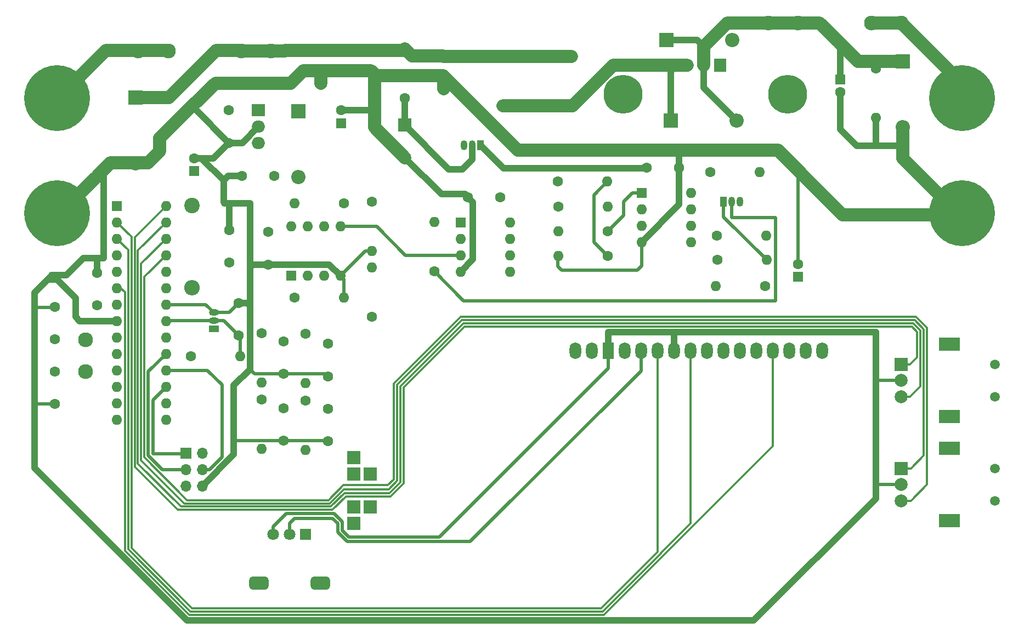
<source format=gbr>
%TF.GenerationSoftware,KiCad,Pcbnew,(6.0.7)*%
%TF.CreationDate,2022-10-29T05:58:59-06:00*%
%TF.ProjectId,atmega-powersupply-v1,61746d65-6761-42d7-906f-776572737570,rev?*%
%TF.SameCoordinates,Original*%
%TF.FileFunction,Copper,L2,Bot*%
%TF.FilePolarity,Positive*%
%FSLAX46Y46*%
G04 Gerber Fmt 4.6, Leading zero omitted, Abs format (unit mm)*
G04 Created by KiCad (PCBNEW (6.0.7)) date 2022-10-29 05:58:59*
%MOMM*%
%LPD*%
G01*
G04 APERTURE LIST*
G04 Aperture macros list*
%AMRoundRect*
0 Rectangle with rounded corners*
0 $1 Rounding radius*
0 $2 $3 $4 $5 $6 $7 $8 $9 X,Y pos of 4 corners*
0 Add a 4 corners polygon primitive as box body*
4,1,4,$2,$3,$4,$5,$6,$7,$8,$9,$2,$3,0*
0 Add four circle primitives for the rounded corners*
1,1,$1+$1,$2,$3*
1,1,$1+$1,$4,$5*
1,1,$1+$1,$6,$7*
1,1,$1+$1,$8,$9*
0 Add four rect primitives between the rounded corners*
20,1,$1+$1,$2,$3,$4,$5,0*
20,1,$1+$1,$4,$5,$6,$7,0*
20,1,$1+$1,$6,$7,$8,$9,0*
20,1,$1+$1,$8,$9,$2,$3,0*%
G04 Aperture macros list end*
%TA.AperFunction,ComponentPad*%
%ADD10R,2.200000X2.200000*%
%TD*%
%TA.AperFunction,ComponentPad*%
%ADD11O,2.200000X2.200000*%
%TD*%
%TA.AperFunction,ComponentPad*%
%ADD12C,1.600000*%
%TD*%
%TA.AperFunction,ComponentPad*%
%ADD13O,1.600000X1.600000*%
%TD*%
%TA.AperFunction,ComponentPad*%
%ADD14R,1.600000X1.600000*%
%TD*%
%TA.AperFunction,ComponentPad*%
%ADD15R,1.700000X1.700000*%
%TD*%
%TA.AperFunction,ComponentPad*%
%ADD16O,1.700000X1.700000*%
%TD*%
%TA.AperFunction,ComponentPad*%
%ADD17R,2.000000X2.000000*%
%TD*%
%TA.AperFunction,ComponentPad*%
%ADD18C,2.000000*%
%TD*%
%TA.AperFunction,ComponentPad*%
%ADD19R,1.500000X1.050000*%
%TD*%
%TA.AperFunction,ComponentPad*%
%ADD20O,1.500000X1.050000*%
%TD*%
%TA.AperFunction,ComponentPad*%
%ADD21R,2.000000X1.905000*%
%TD*%
%TA.AperFunction,ComponentPad*%
%ADD22O,2.000000X1.905000*%
%TD*%
%TA.AperFunction,ComponentPad*%
%ADD23C,10.160000*%
%TD*%
%TA.AperFunction,ComponentPad*%
%ADD24C,2.300000*%
%TD*%
%TA.AperFunction,ComponentPad*%
%ADD25R,1.800000X1.800000*%
%TD*%
%TA.AperFunction,ComponentPad*%
%ADD26C,1.800000*%
%TD*%
%TA.AperFunction,ComponentPad*%
%ADD27RoundRect,0.500000X-1.000000X0.500000X-1.000000X-0.500000X1.000000X-0.500000X1.000000X0.500000X0*%
%TD*%
%TA.AperFunction,ComponentPad*%
%ADD28C,1.500000*%
%TD*%
%TA.AperFunction,ComponentPad*%
%ADD29R,3.200000X2.000000*%
%TD*%
%TA.AperFunction,ComponentPad*%
%ADD30R,1.050000X1.500000*%
%TD*%
%TA.AperFunction,ComponentPad*%
%ADD31O,1.050000X1.500000*%
%TD*%
%TA.AperFunction,ComponentPad*%
%ADD32C,6.000000*%
%TD*%
%TA.AperFunction,ComponentPad*%
%ADD33R,1.905000X2.000000*%
%TD*%
%TA.AperFunction,ComponentPad*%
%ADD34O,1.905000X2.000000*%
%TD*%
%TA.AperFunction,ComponentPad*%
%ADD35R,1.800000X2.600000*%
%TD*%
%TA.AperFunction,ComponentPad*%
%ADD36O,1.800000X2.600000*%
%TD*%
%TA.AperFunction,ComponentPad*%
%ADD37C,2.400000*%
%TD*%
%TA.AperFunction,ComponentPad*%
%ADD38O,2.400000X2.400000*%
%TD*%
%TA.AperFunction,Conductor*%
%ADD39C,1.000000*%
%TD*%
%TA.AperFunction,Conductor*%
%ADD40C,2.000000*%
%TD*%
%TA.AperFunction,Conductor*%
%ADD41C,0.500000*%
%TD*%
%TA.AperFunction,Conductor*%
%ADD42C,0.300000*%
%TD*%
G04 APERTURE END LIST*
D10*
%TO.P,D2,1,K*%
%TO.N,VAA*%
X81692750Y-45212000D03*
D11*
%TO.P,D2,2,A*%
%TO.N,+5V*%
X81692750Y-55372000D03*
%TD*%
D12*
%TO.P,C5,1*%
%TO.N,+5V*%
X77969750Y-55245000D03*
%TO.P,C5,2*%
%TO.N,Earth*%
X72969750Y-55245000D03*
%TD*%
%TO.P,R3,1*%
%TO.N,Net-(C9-Pad1)*%
X82800000Y-79629000D03*
D13*
%TO.P,R3,2*%
%TO.N,Net-(C8-Pad1)*%
X82800000Y-87249000D03*
%TD*%
D12*
%TO.P,C8,1*%
%TO.N,Net-(C8-Pad1)*%
X86200000Y-91200000D03*
%TO.P,C8,2*%
%TO.N,Earth*%
X86200000Y-96200000D03*
%TD*%
D14*
%TO.P,U2,1*%
%TO.N,Net-(R12-Pad1)*%
X134625000Y-57800000D03*
D13*
%TO.P,U2,2,-*%
%TO.N,Net-(R10-Pad2)*%
X134625000Y-60340000D03*
%TO.P,U2,3,+*%
%TO.N,Net-(R11-Pad1)*%
X134625000Y-62880000D03*
%TO.P,U2,4,V-*%
%TO.N,Earth*%
X134625000Y-65420000D03*
%TO.P,U2,5,+*%
%TO.N,Net-(C9-Pad1)*%
X142245000Y-65420000D03*
%TO.P,U2,6,-*%
%TO.N,Net-(R4-Pad1)*%
X142245000Y-62880000D03*
%TO.P,U2,7*%
%TO.N,Net-(R6-Pad1)*%
X142245000Y-60340000D03*
%TO.P,U2,8,V+*%
%TO.N,VAA*%
X142245000Y-57800000D03*
%TD*%
D12*
%TO.P,R13,1*%
%TO.N,Net-(C14-Pad1)*%
X76000000Y-89789000D03*
D13*
%TO.P,R13,2*%
%TO.N,Net-(R13-Pad2)*%
X76000000Y-97409000D03*
%TD*%
D15*
%TO.P,J5,1,MISO*%
%TO.N,Net-(J5-Pad1)*%
X64293750Y-98044000D03*
D16*
%TO.P,J5,2,VCC*%
%TO.N,+5V*%
X66833750Y-98044000D03*
%TO.P,J5,3,SCK*%
%TO.N,Net-(J5-Pad3)*%
X64293750Y-100584000D03*
%TO.P,J5,4,MOSI*%
%TO.N,Net-(J5-Pad4)*%
X66833750Y-100584000D03*
%TO.P,J5,5,~{RST}*%
%TO.N,Net-(J5-Pad5)*%
X64293750Y-103124000D03*
%TO.P,J5,6,GND*%
%TO.N,Earth*%
X66833750Y-103124000D03*
%TD*%
D12*
%TO.P,C17,1*%
%TO.N,+5V*%
X50577750Y-75184000D03*
%TO.P,C17,2*%
%TO.N,Earth*%
X50577750Y-70184000D03*
%TD*%
D17*
%TO.P,C2,1*%
%TO.N,Net-(C2-Pad1)*%
X98075750Y-47371000D03*
D18*
%TO.P,C2,2*%
%TO.N,Earth*%
X98075750Y-52371000D03*
%TD*%
D19*
%TO.P,U8,1*%
%TO.N,N/C*%
X68611750Y-78867000D03*
D20*
%TO.P,U8,2,K*%
%TO.N,Net-(C21-Pad1)*%
X68611750Y-77597000D03*
%TO.P,U8,3,A*%
%TO.N,Earth*%
X68611750Y-76327000D03*
%TD*%
D21*
%TO.P,U1,1,VI*%
%TO.N,VAA*%
X75469750Y-45085000D03*
D22*
%TO.P,U1,2,GND*%
%TO.N,Earth*%
X75469750Y-47625000D03*
%TO.P,U1,3,VO*%
%TO.N,+5V*%
X75469750Y-50165000D03*
%TD*%
D12*
%TO.P,C20,1*%
%TO.N,Earth*%
X44050000Y-90400000D03*
%TO.P,C20,2*%
%TO.N,Net-(C20-Pad2)*%
X44050000Y-85400000D03*
%TD*%
%TO.P,R18,1*%
%TO.N,Net-(D3-Pad1)*%
X120330000Y-44360000D03*
D13*
%TO.P,R18,2*%
%TO.N,+VDC*%
X120330000Y-36740000D03*
%TD*%
D12*
%TO.P,R11,1*%
%TO.N,Net-(R11-Pad1)*%
X129390000Y-67560000D03*
D13*
%TO.P,R11,2*%
%TO.N,Earth*%
X121770000Y-67560000D03*
%TD*%
D10*
%TO.P,D4,1,K*%
%TO.N,Net-(C11-Pad1)*%
X138480000Y-34200000D03*
D11*
%TO.P,D4,2,A*%
%TO.N,Net-(C10-Pad1)*%
X148640000Y-34200000D03*
%TD*%
D12*
%TO.P,C16,1*%
%TO.N,+5V*%
X76993750Y-63881000D03*
%TO.P,C16,2*%
%TO.N,Earth*%
X76993750Y-68881000D03*
%TD*%
D10*
%TO.P,D5,1,K*%
%TO.N,Net-(C11-Pad1)*%
X174980000Y-37490000D03*
D11*
%TO.P,D5,2,A*%
%TO.N,Earth*%
X174980000Y-47650000D03*
%TD*%
D23*
%TO.P,J3,1,Pin_1*%
%TO.N,Net-(F2-Pad2)*%
X184150000Y-43180000D03*
%TD*%
D12*
%TO.P,R17,1*%
%TO.N,Net-(D3-Pad1)*%
X116890000Y-44330000D03*
D13*
%TO.P,R17,2*%
%TO.N,+VDC*%
X116890000Y-36710000D03*
%TD*%
D23*
%TO.P,J4,1,Pin_1*%
%TO.N,Earth*%
X184150000Y-60960000D03*
%TD*%
D24*
%TO.P,F1,1*%
%TO.N,Net-(F1-Pad1)*%
X61560000Y-35890000D03*
X56960000Y-35890000D03*
%TO.P,F1,2*%
%TO.N,+VDC*%
X72860000Y-35890000D03*
X77460000Y-35890000D03*
%TD*%
D12*
%TO.P,R10,1*%
%TO.N,Net-(D3-Pad1)*%
X121780000Y-59970000D03*
D13*
%TO.P,R10,2*%
%TO.N,Net-(R10-Pad2)*%
X129400000Y-59970000D03*
%TD*%
D12*
%TO.P,C13,1*%
%TO.N,+VDC*%
X104100000Y-36725000D03*
%TO.P,C13,2*%
%TO.N,Earth*%
X104100000Y-41725000D03*
%TD*%
%TO.P,R9,1*%
%TO.N,+VDC*%
X121730000Y-56080000D03*
D13*
%TO.P,R9,2*%
%TO.N,Net-(R11-Pad1)*%
X129350000Y-56080000D03*
%TD*%
D12*
%TO.P,R1,1*%
%TO.N,Net-(C2-Pad1)*%
X98100000Y-43175000D03*
D13*
%TO.P,R1,2*%
%TO.N,+VDC*%
X98100000Y-35555000D03*
%TD*%
D12*
%TO.P,R20,1*%
%TO.N,Net-(F2-Pad2)*%
X92995750Y-76962000D03*
D13*
%TO.P,R20,2*%
%TO.N,Net-(R20-Pad2)*%
X92995750Y-69342000D03*
%TD*%
D12*
%TO.P,R8,1*%
%TO.N,Net-(C11-Pad1)*%
X170790000Y-38640000D03*
D13*
%TO.P,R8,2*%
%TO.N,Earth*%
X170790000Y-46260000D03*
%TD*%
D12*
%TO.P,R14,1*%
%TO.N,Net-(C15-Pad1)*%
X76000000Y-79542000D03*
D13*
%TO.P,R14,2*%
%TO.N,Net-(C14-Pad1)*%
X76000000Y-87162000D03*
%TD*%
D10*
%TO.P,D3,1,K*%
%TO.N,Net-(D3-Pad1)*%
X139150000Y-46690000D03*
D11*
%TO.P,D3,2,A*%
%TO.N,Net-(C11-Pad1)*%
X149310000Y-46690000D03*
%TD*%
D14*
%TO.P,U4,1*%
%TO.N,Net-(R15-Pad2)*%
X106721750Y-62367000D03*
D13*
%TO.P,U4,2,-*%
%TO.N,Net-(C15-Pad1)*%
X106721750Y-64907000D03*
%TO.P,U4,3,+*%
%TO.N,Net-(R12-Pad1)*%
X106721750Y-67447000D03*
%TO.P,U4,4,V-*%
%TO.N,Earth*%
X106721750Y-69987000D03*
%TO.P,U4,5,+*%
%TO.N,Net-(R12-Pad1)*%
X114341750Y-69987000D03*
%TO.P,U4,6,-*%
%TO.N,Net-(C15-Pad1)*%
X114341750Y-67447000D03*
%TO.P,U4,7*%
%TO.N,unconnected-(U4-Pad7)*%
X114341750Y-64907000D03*
%TO.P,U4,8,V+*%
%TO.N,+5V*%
X114341750Y-62367000D03*
%TD*%
D12*
%TO.P,C18,1*%
%TO.N,+5VA*%
X71024750Y-68580000D03*
%TO.P,C18,2*%
%TO.N,Earth*%
X71024750Y-63580000D03*
%TD*%
%TO.P,C12,1*%
%TO.N,+5V*%
X112820000Y-58470000D03*
%TO.P,C12,2*%
%TO.N,Earth*%
X107820000Y-58470000D03*
%TD*%
%TO.P,R5,1*%
%TO.N,Net-(C10-Pad1)*%
X153701750Y-72263000D03*
D13*
%TO.P,R5,2*%
%TO.N,Net-(R4-Pad1)*%
X146081750Y-72263000D03*
%TD*%
D12*
%TO.P,R19,1*%
%TO.N,Net-(D3-Pad1)*%
X123840000Y-44360000D03*
D13*
%TO.P,R19,2*%
%TO.N,+VDC*%
X123840000Y-36740000D03*
%TD*%
D23*
%TO.P,J1,1,Pin_1*%
%TO.N,Net-(F1-Pad1)*%
X44450000Y-43180000D03*
%TD*%
D12*
%TO.P,C19,1*%
%TO.N,Net-(C19-Pad1)*%
X44050000Y-80450000D03*
%TO.P,C19,2*%
%TO.N,Earth*%
X44050000Y-75450000D03*
%TD*%
D25*
%TO.P,RV1,1,1*%
%TO.N,+5V*%
X82800000Y-110600000D03*
D26*
%TO.P,RV1,2,2*%
%TO.N,Net-(RV1-Pad2)*%
X80300000Y-110600000D03*
%TO.P,RV1,3,3*%
%TO.N,Earth*%
X77800000Y-110600000D03*
D27*
%TO.P,RV1,MP*%
%TO.N,N/C*%
X75550000Y-118100000D03*
X85050000Y-118100000D03*
%TD*%
D28*
%TO.P,SW2,*%
%TO.N,*%
X189200000Y-105400000D03*
X189200000Y-100400000D03*
D17*
%TO.P,SW2,A,A*%
%TO.N,Net-(SW2-PadA)*%
X174700000Y-100400000D03*
D18*
%TO.P,SW2,B,B*%
%TO.N,Net-(SW2-PadB)*%
X174700000Y-105400000D03*
%TO.P,SW2,C,C*%
%TO.N,Earth*%
X174700000Y-102900000D03*
D29*
%TO.P,SW2,MP*%
%TO.N,N/C*%
X182200000Y-108500000D03*
X182200000Y-97300000D03*
%TD*%
D14*
%TO.P,U6,1,~{RESET}/PC6*%
%TO.N,Net-(J5-Pad5)*%
X53635750Y-59827000D03*
D13*
%TO.P,U6,2,PD0*%
%TO.N,Net-(U6-Pad2)*%
X53635750Y-62367000D03*
%TO.P,U6,3,PD1*%
%TO.N,Net-(U6-Pad3)*%
X53635750Y-64907000D03*
%TO.P,U6,4,PD2*%
%TO.N,unconnected-(U6-Pad4)*%
X53635750Y-67447000D03*
%TO.P,U6,5,PD3*%
%TO.N,unconnected-(U6-Pad5)*%
X53635750Y-69987000D03*
%TO.P,U6,6,PD4*%
%TO.N,Net-(U6-Pad6)*%
X53635750Y-72527000D03*
%TO.P,U6,7,VCC*%
%TO.N,+5V*%
X53635750Y-75067000D03*
%TO.P,U6,8,GND*%
%TO.N,Earth*%
X53635750Y-77607000D03*
%TO.P,U6,9,XTAL1/PB6*%
%TO.N,Net-(C19-Pad1)*%
X53635750Y-80147000D03*
%TO.P,U6,10,XTAL2/PB7*%
%TO.N,Net-(C20-Pad2)*%
X53635750Y-82687000D03*
%TO.P,U6,11,PD5*%
%TO.N,Net-(U6-Pad11)*%
X53635750Y-85227000D03*
%TO.P,U6,12,PD6*%
%TO.N,Net-(U6-Pad12)*%
X53635750Y-87767000D03*
%TO.P,U6,13,PD7*%
%TO.N,Net-(U6-Pad13)*%
X53635750Y-90307000D03*
%TO.P,U6,14,PB0*%
%TO.N,unconnected-(U6-Pad14)*%
X53635750Y-92847000D03*
%TO.P,U6,15,PB1*%
%TO.N,Net-(R2-Pad2)*%
X61255750Y-92847000D03*
%TO.P,U6,16,PB2*%
%TO.N,Net-(R13-Pad2)*%
X61255750Y-90307000D03*
%TO.P,U6,17,PB3*%
%TO.N,Net-(J5-Pad1)*%
X61255750Y-87767000D03*
%TO.P,U6,18,PB4*%
%TO.N,Net-(J5-Pad4)*%
X61255750Y-85227000D03*
%TO.P,U6,19,PB5*%
%TO.N,Net-(J5-Pad3)*%
X61255750Y-82687000D03*
%TO.P,U6,20,AVCC*%
%TO.N,+5VA*%
X61255750Y-80147000D03*
%TO.P,U6,21,AREF*%
%TO.N,Net-(C21-Pad1)*%
X61255750Y-77607000D03*
%TO.P,U6,22,GND*%
%TO.N,Earth*%
X61255750Y-75067000D03*
%TO.P,U6,23,PC0*%
%TO.N,Net-(U5-Pad1)*%
X61255750Y-72527000D03*
%TO.P,U6,24,PC1*%
%TO.N,Net-(R22-Pad2)*%
X61255750Y-69987000D03*
%TO.P,U6,25,PC2*%
%TO.N,Net-(SW2-PadB)*%
X61255750Y-67447000D03*
%TO.P,U6,26,PC3*%
%TO.N,Net-(SW2-PadA)*%
X61255750Y-64907000D03*
%TO.P,U6,27,PC4*%
%TO.N,Net-(SW3-PadB)*%
X61255750Y-62367000D03*
%TO.P,U6,28,PC5*%
%TO.N,Net-(SW3-PadA)*%
X61255750Y-59827000D03*
%TD*%
D12*
%TO.P,R4,1*%
%TO.N,Net-(R4-Pad1)*%
X146335750Y-68199000D03*
D13*
%TO.P,R4,2*%
%TO.N,Earth*%
X153955750Y-68199000D03*
%TD*%
D12*
%TO.P,R23,1*%
%TO.N,Net-(R22-Pad1)*%
X92995750Y-59182000D03*
D13*
%TO.P,R23,2*%
%TO.N,Earth*%
X92995750Y-66802000D03*
%TD*%
D30*
%TO.P,Q1,1,E*%
%TO.N,VAA*%
X109760000Y-50460000D03*
D31*
%TO.P,Q1,2,B*%
%TO.N,Net-(C2-Pad1)*%
X108490000Y-50460000D03*
%TO.P,Q1,3,C*%
%TO.N,+VDC*%
X107220000Y-50460000D03*
%TD*%
D12*
%TO.P,R21,1*%
%TO.N,Net-(R20-Pad2)*%
X81057750Y-74041000D03*
D13*
%TO.P,R21,2*%
%TO.N,Earth*%
X88677750Y-74041000D03*
%TD*%
D14*
%TO.P,C10,1*%
%TO.N,Net-(C10-Pad1)*%
X158800000Y-70815113D03*
D12*
%TO.P,C10,2*%
%TO.N,Earth*%
X158800000Y-68815113D03*
%TD*%
D24*
%TO.P,F2,1*%
%TO.N,Net-(C11-Pad1)*%
X154230000Y-31550000D03*
X158830000Y-31550000D03*
%TO.P,F2,2*%
%TO.N,Net-(F2-Pad2)*%
X174730000Y-31550000D03*
X170130000Y-31550000D03*
%TD*%
D23*
%TO.P,J2,1,Pin_1*%
%TO.N,Earth*%
X44450000Y-60960000D03*
%TD*%
D28*
%TO.P,SW3,*%
%TO.N,*%
X189200000Y-84300000D03*
X189200000Y-89300000D03*
D17*
%TO.P,SW3,A,A*%
%TO.N,Net-(SW3-PadA)*%
X174700000Y-84300000D03*
D18*
%TO.P,SW3,B,B*%
%TO.N,Net-(SW3-PadB)*%
X174700000Y-89300000D03*
%TO.P,SW3,C,C*%
%TO.N,Earth*%
X174700000Y-86800000D03*
D29*
%TO.P,SW3,MP*%
%TO.N,N/C*%
X182200000Y-92400000D03*
X182200000Y-81200000D03*
%TD*%
D32*
%TO.P,HS1,1*%
%TO.N,N/C*%
X131770000Y-42580000D03*
X157170000Y-42580000D03*
%TD*%
D14*
%TO.P,C11,1*%
%TO.N,Net-(C11-Pad1)*%
X165280000Y-40284888D03*
D12*
%TO.P,C11,2*%
%TO.N,Earth*%
X165280000Y-42284888D03*
%TD*%
%TO.P,C14,1*%
%TO.N,Net-(C14-Pad1)*%
X79400000Y-91099000D03*
%TO.P,C14,2*%
%TO.N,Earth*%
X79400000Y-96099000D03*
%TD*%
D33*
%TO.P,U3,1,ADJ*%
%TO.N,Net-(C10-Pad1)*%
X146730000Y-38105000D03*
D34*
%TO.P,U3,2,VO*%
%TO.N,Net-(C11-Pad1)*%
X144190000Y-38105000D03*
%TO.P,U3,3,VI*%
%TO.N,Net-(D3-Pad1)*%
X141650000Y-38105000D03*
%TD*%
D10*
%TO.P,D1,1,K*%
%TO.N,+VDC*%
X56500000Y-43100000D03*
D11*
%TO.P,D1,2,A*%
%TO.N,Earth*%
X56500000Y-53260000D03*
%TD*%
D12*
%TO.P,C21,1*%
%TO.N,Net-(C21-Pad1)*%
X72421750Y-79883000D03*
%TO.P,C21,2*%
%TO.N,Earth*%
X72421750Y-74883000D03*
%TD*%
%TO.P,R24,1*%
%TO.N,+5VA*%
X65055750Y-83058000D03*
D13*
%TO.P,R24,2*%
%TO.N,Net-(C21-Pad1)*%
X72675750Y-83058000D03*
%TD*%
D14*
%TO.P,U5,1*%
%TO.N,Net-(U5-Pad1)*%
X80549750Y-70612000D03*
D13*
%TO.P,U5,2,-*%
X83089750Y-70612000D03*
%TO.P,U5,3,+*%
%TO.N,Net-(R20-Pad2)*%
X85629750Y-70612000D03*
%TO.P,U5,4,V-*%
%TO.N,Earth*%
X88169750Y-70612000D03*
%TO.P,U5,5,+*%
%TO.N,Net-(R12-Pad1)*%
X88169750Y-62992000D03*
%TO.P,U5,6,-*%
%TO.N,Net-(R22-Pad1)*%
X85629750Y-62992000D03*
%TO.P,U5,7*%
%TO.N,Net-(R22-Pad2)*%
X83089750Y-62992000D03*
%TO.P,U5,8,V+*%
%TO.N,+5V*%
X80549750Y-62992000D03*
%TD*%
D12*
%TO.P,R2,1*%
%TO.N,Net-(C8-Pad1)*%
X82800000Y-89900000D03*
D13*
%TO.P,R2,2*%
%TO.N,Net-(R2-Pad2)*%
X82800000Y-97520000D03*
%TD*%
D12*
%TO.P,R6,1*%
%TO.N,Net-(R6-Pad1)*%
X146225000Y-64475000D03*
D13*
%TO.P,R6,2*%
%TO.N,Net-(Q2-Pad3)*%
X153845000Y-64475000D03*
%TD*%
D24*
%TO.P,Y1,1,1*%
%TO.N,Net-(C19-Pad1)*%
X48850000Y-80500000D03*
%TO.P,Y1,2,2*%
%TO.N,Net-(C20-Pad2)*%
X48850000Y-85400000D03*
%TD*%
D12*
%TO.P,C4,1*%
%TO.N,VAA*%
X70897750Y-45085000D03*
%TO.P,C4,2*%
%TO.N,Earth*%
X70897750Y-50085000D03*
%TD*%
%TO.P,C15,1*%
%TO.N,Net-(C15-Pad1)*%
X79400000Y-80800000D03*
%TO.P,C15,2*%
%TO.N,Earth*%
X79400000Y-85800000D03*
%TD*%
D30*
%TO.P,Q2,1,E*%
%TO.N,Earth*%
X147275000Y-59175000D03*
D31*
%TO.P,Q2,2,B*%
%TO.N,Net-(Q2-Pad2)*%
X148545000Y-59175000D03*
%TO.P,Q2,3,C*%
%TO.N,Net-(Q2-Pad3)*%
X149815000Y-59175000D03*
%TD*%
D35*
%TO.P,U7,1,VSS*%
%TO.N,Earth*%
X129500000Y-82200000D03*
D36*
%TO.P,U7,2,VDD*%
%TO.N,+5V*%
X132040000Y-82200000D03*
%TO.P,U7,3,VO*%
%TO.N,Net-(RV1-Pad2)*%
X134580000Y-82200000D03*
%TO.P,U7,4,RS*%
%TO.N,Net-(U6-Pad2)*%
X137120000Y-82200000D03*
%TO.P,U7,5,R/W*%
%TO.N,Earth*%
X139660000Y-82200000D03*
%TO.P,U7,6,E*%
%TO.N,Net-(U6-Pad3)*%
X142200000Y-82200000D03*
%TO.P,U7,7,DB0*%
%TO.N,unconnected-(U7-Pad7)*%
X144740000Y-82200000D03*
%TO.P,U7,8,DB1*%
%TO.N,unconnected-(U7-Pad8)*%
X147280000Y-82200000D03*
%TO.P,U7,9,DB2*%
%TO.N,unconnected-(U7-Pad9)*%
X149820000Y-82200000D03*
%TO.P,U7,10,DB3*%
%TO.N,unconnected-(U7-Pad10)*%
X152360000Y-82200000D03*
%TO.P,U7,11,DB4*%
%TO.N,Net-(U6-Pad6)*%
X154900000Y-82200000D03*
%TO.P,U7,12,DB5*%
%TO.N,Net-(U6-Pad11)*%
X157440000Y-82200000D03*
%TO.P,U7,13,DB6*%
%TO.N,Net-(U6-Pad12)*%
X159985080Y-82202540D03*
%TO.P,U7,14,DB7*%
%TO.N,Net-(U6-Pad13)*%
X162520000Y-82200000D03*
%TO.P,U7,15,A/VEE*%
%TO.N,unconnected-(U7-Pad15)*%
X124420000Y-82200000D03*
%TO.P,U7,16,K*%
%TO.N,unconnected-(U7-Pad16)*%
X126965080Y-82202540D03*
D17*
%TO.P,U7,A1*%
%TO.N,N/C*%
X90220000Y-108880000D03*
X92760000Y-106340000D03*
X90220000Y-106340000D03*
%TO.P,U7,K1*%
X90220000Y-98720000D03*
X90220000Y-101260000D03*
X92760000Y-101260000D03*
%TD*%
D12*
%TO.P,R7,1*%
%TO.N,Net-(C10-Pad1)*%
X145250000Y-54625000D03*
D13*
%TO.P,R7,2*%
%TO.N,Net-(Q2-Pad3)*%
X152870000Y-54625000D03*
%TD*%
D14*
%TO.P,C3,1*%
%TO.N,VAA*%
X88296750Y-47056112D03*
D12*
%TO.P,C3,2*%
%TO.N,Earth*%
X88296750Y-45056112D03*
%TD*%
%TO.P,R15,1*%
%TO.N,Net-(Q2-Pad2)*%
X102647750Y-69977000D03*
D13*
%TO.P,R15,2*%
%TO.N,Net-(R15-Pad2)*%
X102647750Y-62357000D03*
%TD*%
D12*
%TO.P,R16,1*%
%TO.N,Net-(D3-Pad1)*%
X113220000Y-44330000D03*
D13*
%TO.P,R16,2*%
%TO.N,+VDC*%
X113220000Y-36710000D03*
%TD*%
D12*
%TO.P,C9,1*%
%TO.N,Net-(C9-Pad1)*%
X86200000Y-81153000D03*
%TO.P,C9,2*%
%TO.N,Earth*%
X86200000Y-86153000D03*
%TD*%
D17*
%TO.P,C1,1*%
%TO.N,+VDC*%
X85100000Y-35859323D03*
D18*
%TO.P,C1,2*%
%TO.N,Earth*%
X85100000Y-40859323D03*
%TD*%
D12*
%TO.P,R22,1*%
%TO.N,Net-(R22-Pad1)*%
X88677750Y-59436000D03*
D13*
%TO.P,R22,2*%
%TO.N,Net-(R22-Pad2)*%
X81057750Y-59436000D03*
%TD*%
D14*
%TO.P,C6,1*%
%TO.N,+5V*%
X65563750Y-54483000D03*
D12*
%TO.P,C6,2*%
%TO.N,Earth*%
X65563750Y-52483000D03*
%TD*%
D37*
%TO.P,FB1,1*%
%TO.N,+5V*%
X65225000Y-59775000D03*
D38*
%TO.P,FB1,2*%
%TO.N,+5VA*%
X65225000Y-72475000D03*
%TD*%
D12*
%TO.P,R12,1*%
%TO.N,Net-(R12-Pad1)*%
X129440000Y-63750000D03*
D13*
%TO.P,R12,2*%
%TO.N,Net-(R10-Pad2)*%
X121820000Y-63750000D03*
%TD*%
D12*
%TO.P,C7,1*%
%TO.N,VAA*%
X135425000Y-53950000D03*
%TO.P,C7,2*%
%TO.N,Earth*%
X140425000Y-53950000D03*
%TD*%
D39*
%TO.N,VAA*%
X135365000Y-54010000D02*
X135425000Y-53950000D01*
X109760000Y-50460000D02*
X113310000Y-54010000D01*
X113310000Y-54010000D02*
X135365000Y-54010000D01*
%TO.N,Earth*%
X40900000Y-73275000D02*
X42975000Y-71200000D01*
D40*
X183410000Y-60960000D02*
X184150000Y-60960000D01*
D39*
X40900000Y-90625000D02*
X40900000Y-100300000D01*
D40*
X104100000Y-41725000D02*
X104100000Y-39850000D01*
D39*
X74199750Y-85090000D02*
X71700000Y-87589750D01*
D41*
X121697750Y-69177750D02*
X122310000Y-69790000D01*
D39*
X98075750Y-52371000D02*
X103743750Y-58039000D01*
X107820000Y-58470000D02*
X108600000Y-59250000D01*
X140425000Y-59620000D02*
X134625000Y-65420000D01*
D41*
X121697750Y-67632250D02*
X121697750Y-69177750D01*
D39*
X70262750Y-59436000D02*
X71278750Y-59436000D01*
D41*
X158800000Y-55500000D02*
X158800000Y-68815113D01*
D39*
X51600000Y-54673600D02*
X51126400Y-54673600D01*
X71700000Y-96400000D02*
X71700000Y-98257750D01*
D40*
X155730000Y-51260000D02*
X159385000Y-54915000D01*
X115510000Y-51260000D02*
X155730000Y-51260000D01*
D39*
X51126400Y-54673600D02*
X50550000Y-55250000D01*
X76993750Y-68881000D02*
X86438750Y-68881000D01*
D40*
X85100000Y-40859323D02*
X85100000Y-39000000D01*
D41*
X88431600Y-108631601D02*
X87200000Y-107400000D01*
X129500000Y-84900000D02*
X103427400Y-110972600D01*
D39*
X71278750Y-59436000D02*
X74199750Y-59436000D01*
D40*
X58451750Y-53213000D02*
X60229750Y-51435000D01*
D39*
X170800000Y-86800000D02*
X170800000Y-102800000D01*
D41*
X174700000Y-102900000D02*
X170900000Y-102900000D01*
D39*
X70135750Y-55923630D02*
X70814380Y-55245000D01*
X68499750Y-52483000D02*
X70897750Y-50085000D01*
D41*
X68611750Y-76327000D02*
X70977750Y-76327000D01*
D39*
X64500000Y-123900000D02*
X151975750Y-123900000D01*
X129500000Y-79350000D02*
X139650000Y-79350000D01*
D40*
X174980000Y-47650000D02*
X174980000Y-50010000D01*
D41*
X121770000Y-67560000D02*
X121697750Y-67632250D01*
D40*
X93411427Y-44669323D02*
X93411427Y-39481427D01*
D41*
X88677750Y-71120000D02*
X88169750Y-70612000D01*
X174700000Y-86800000D02*
X170800000Y-86800000D01*
X134661750Y-69088250D02*
X134661750Y-65456750D01*
D40*
X183910000Y-61200000D02*
X184150000Y-60960000D01*
D41*
X41125000Y-90400000D02*
X44050000Y-90400000D01*
X87200000Y-107400000D02*
X79800000Y-107400000D01*
D39*
X167830000Y-50550000D02*
X170800000Y-50550000D01*
D40*
X92870000Y-38940000D02*
X93670000Y-39740000D01*
D39*
X108600000Y-59250000D02*
X108600000Y-68108750D01*
D41*
X41050000Y-90475000D02*
X41125000Y-90400000D01*
X147275000Y-59175000D02*
X147275000Y-61518250D01*
D39*
X44400000Y-71200000D02*
X47300000Y-74100000D01*
D40*
X103990000Y-39740000D02*
X115510000Y-51260000D01*
D39*
X170790000Y-50540000D02*
X170800000Y-50550000D01*
D41*
X122310000Y-69790000D02*
X133960000Y-69790000D01*
X61255750Y-75067000D02*
X67351750Y-75067000D01*
D39*
X43600000Y-70525000D02*
X45875000Y-70525000D01*
X50577750Y-67922250D02*
X50577750Y-70184000D01*
D41*
X91979750Y-66802000D02*
X92995750Y-66802000D01*
D40*
X60229750Y-51435000D02*
X60229750Y-49370250D01*
D41*
X133960000Y-69790000D02*
X134661750Y-69088250D01*
D39*
X72421750Y-74883000D02*
X73771750Y-74883000D01*
D41*
X88169750Y-70612000D02*
X91979750Y-66802000D01*
D39*
X74199750Y-69342000D02*
X74660750Y-68881000D01*
D41*
X79388000Y-85812000D02*
X79400000Y-85800000D01*
D39*
X48500000Y-67900000D02*
X50600000Y-67900000D01*
D41*
X79400000Y-96099000D02*
X72001000Y-96099000D01*
D40*
X50550000Y-55250000D02*
X44800000Y-61000000D01*
X93670000Y-39740000D02*
X103990000Y-39740000D01*
D39*
X165280000Y-42284888D02*
X165280000Y-48000000D01*
X170800000Y-79350000D02*
X170800000Y-86800000D01*
D40*
X80480677Y-40859323D02*
X82400000Y-38940000D01*
D41*
X86139000Y-96139000D02*
X86200000Y-96200000D01*
D39*
X129500000Y-82200000D02*
X129500000Y-79350000D01*
D41*
X85859000Y-85812000D02*
X86200000Y-86153000D01*
D39*
X50600000Y-67900000D02*
X50577750Y-67922250D01*
X174440000Y-50550000D02*
X174980000Y-50010000D01*
X108600000Y-68108750D02*
X106721750Y-69987000D01*
D41*
X44050000Y-75450000D02*
X44000000Y-75500000D01*
D39*
X88296750Y-45056112D02*
X93024638Y-45056112D01*
D40*
X60229750Y-49370250D02*
X65626365Y-43973635D01*
D39*
X73009750Y-50085000D02*
X75469750Y-47625000D01*
D41*
X74199750Y-85090000D02*
X74921750Y-85812000D01*
D39*
X51600000Y-67900000D02*
X51600000Y-54673600D01*
D41*
X88431600Y-109991600D02*
X88431600Y-108631601D01*
X79800000Y-107400000D02*
X77800000Y-109400000D01*
X77800000Y-109400000D02*
X77800000Y-110600000D01*
D40*
X104100000Y-39850000D02*
X103990000Y-39740000D01*
D41*
X72001000Y-96099000D02*
X71700000Y-96400000D01*
D39*
X151975750Y-123900000D02*
X170800000Y-105075750D01*
X74199750Y-75311000D02*
X74199750Y-85090000D01*
D40*
X85160000Y-38940000D02*
X92870000Y-38940000D01*
X65722385Y-43973635D02*
X68836697Y-40859323D01*
D39*
X107389000Y-58039000D02*
X107820000Y-58470000D01*
X70135750Y-59309000D02*
X70262750Y-59436000D01*
D41*
X79400000Y-96099000D02*
X79440000Y-96139000D01*
X44000000Y-75500000D02*
X41350000Y-75500000D01*
D39*
X140413750Y-53938750D02*
X140413750Y-51053750D01*
D41*
X103427400Y-110972600D02*
X89412600Y-110972600D01*
D39*
X70897750Y-50085000D02*
X73009750Y-50085000D01*
X47300000Y-77000000D02*
X47907000Y-77607000D01*
D40*
X52587000Y-53213000D02*
X58451750Y-53213000D01*
D41*
X74921750Y-85812000D02*
X79388000Y-85812000D01*
D39*
X47907000Y-77607000D02*
X53635750Y-77607000D01*
D41*
X79412000Y-85812000D02*
X85859000Y-85812000D01*
D39*
X139660000Y-82200000D02*
X139660000Y-79360000D01*
X71700000Y-98257750D02*
X66833750Y-103124000D01*
D41*
X79400000Y-85800000D02*
X79412000Y-85812000D01*
D39*
X139650000Y-79350000D02*
X170800000Y-79350000D01*
D40*
X85100000Y-39000000D02*
X85160000Y-38940000D01*
D39*
X70814380Y-55245000D02*
X72969750Y-55245000D01*
D40*
X50550000Y-55250000D02*
X52587000Y-53213000D01*
D39*
X70135750Y-55923630D02*
X70135750Y-59309000D01*
X86438750Y-68881000D02*
X88169750Y-70612000D01*
D41*
X134661750Y-65456750D02*
X134625000Y-65420000D01*
D40*
X68836697Y-40859323D02*
X80480677Y-40859323D01*
D41*
X67351750Y-75067000D02*
X68611750Y-76327000D01*
D39*
X70897750Y-50085000D02*
X65722385Y-44909635D01*
D41*
X79440000Y-96139000D02*
X86139000Y-96139000D01*
D39*
X43600000Y-70575000D02*
X42975000Y-71200000D01*
X71024750Y-59690000D02*
X71278750Y-59436000D01*
X40900000Y-75950000D02*
X40900000Y-73275000D01*
X170790000Y-46260000D02*
X170790000Y-50540000D01*
X103743750Y-58039000D02*
X107389000Y-58039000D01*
X50600000Y-67900000D02*
X51600000Y-67900000D01*
D40*
X165670000Y-61200000D02*
X183910000Y-61200000D01*
D39*
X47300000Y-74100000D02*
X47300000Y-77000000D01*
X66695120Y-52483000D02*
X70135750Y-55923630D01*
X170800000Y-50550000D02*
X174440000Y-50550000D01*
D41*
X70977750Y-76327000D02*
X72421750Y-74883000D01*
D39*
X170800000Y-105075750D02*
X170800000Y-102800000D01*
X140425000Y-53950000D02*
X140413750Y-53938750D01*
X93024638Y-45056112D02*
X93411427Y-44669323D01*
X65722385Y-44909635D02*
X65722385Y-43973635D01*
D40*
X93411427Y-39481427D02*
X92870000Y-38940000D01*
D41*
X147275000Y-61518250D02*
X153955750Y-68199000D01*
D40*
X159385000Y-54915000D02*
X165670000Y-61200000D01*
D39*
X74660750Y-68881000D02*
X76993750Y-68881000D01*
D40*
X174980000Y-50010000D02*
X174980000Y-52530000D01*
D39*
X71700000Y-87589750D02*
X71700000Y-96400000D01*
X140425000Y-53950000D02*
X140425000Y-59620000D01*
X73771750Y-74883000D02*
X74199750Y-75311000D01*
X71024750Y-63580000D02*
X71024750Y-59690000D01*
X40900000Y-75950000D02*
X40900000Y-90325000D01*
X40900000Y-100300000D02*
X64500000Y-123900000D01*
X43600000Y-70525000D02*
X43600000Y-70575000D01*
D40*
X65626365Y-43973635D02*
X65722385Y-43973635D01*
X82400000Y-38940000D02*
X85160000Y-38940000D01*
D39*
X65563750Y-52483000D02*
X68499750Y-52483000D01*
X45875000Y-70525000D02*
X48500000Y-67900000D01*
D41*
X88677750Y-74041000D02*
X88677750Y-71120000D01*
D40*
X93411427Y-47706677D02*
X98075750Y-52371000D01*
X174980000Y-52530000D02*
X183410000Y-60960000D01*
D41*
X89412600Y-110972600D02*
X88431600Y-109991600D01*
X41350000Y-75500000D02*
X40900000Y-75950000D01*
D39*
X165280000Y-48000000D02*
X167830000Y-50550000D01*
X74199750Y-59436000D02*
X74199750Y-69342000D01*
X42975000Y-71200000D02*
X44400000Y-71200000D01*
D40*
X93411427Y-44669323D02*
X93411427Y-47706677D01*
D41*
X129500000Y-82200000D02*
X129500000Y-84900000D01*
D39*
X74199750Y-69342000D02*
X74199750Y-75311000D01*
X139660000Y-79360000D02*
X139650000Y-79350000D01*
D41*
X170900000Y-102900000D02*
X170800000Y-102800000D01*
D40*
%TO.N,+VDC*%
X68970000Y-35830000D02*
X61700000Y-43100000D01*
X72860000Y-35890000D02*
X72800000Y-35830000D01*
X72800000Y-35830000D02*
X68970000Y-35830000D01*
X85100000Y-35859323D02*
X79567677Y-35859323D01*
X79567677Y-35859323D02*
X79537000Y-35890000D01*
X72860000Y-35890000D02*
X77460000Y-35890000D01*
X97795677Y-35859323D02*
X98100000Y-35555000D01*
X85100000Y-35859323D02*
X97795677Y-35859323D01*
X98100000Y-35555000D02*
X99195000Y-36650000D01*
X123825000Y-36725000D02*
X123840000Y-36740000D01*
X99195000Y-36650000D02*
X104025000Y-36650000D01*
X104025000Y-36650000D02*
X104100000Y-36725000D01*
X104100000Y-36725000D02*
X123825000Y-36725000D01*
X61700000Y-43100000D02*
X56500000Y-43100000D01*
X79537000Y-35890000D02*
X77460000Y-35890000D01*
D39*
%TO.N,Net-(C2-Pad1)*%
X108530000Y-52664750D02*
X108530000Y-50500000D01*
X98100000Y-43175000D02*
X98075750Y-43199250D01*
X98075750Y-43199250D02*
X98075750Y-47371000D01*
X98075750Y-47371000D02*
X104884750Y-54180000D01*
X107014750Y-54180000D02*
X108530000Y-52664750D01*
X104884750Y-54180000D02*
X107014750Y-54180000D01*
X108530000Y-50500000D02*
X108490000Y-50460000D01*
%TO.N,Net-(C11-Pad1)*%
X170790000Y-38202000D02*
X170078000Y-37490000D01*
X138480000Y-34200000D02*
X143190000Y-34200000D01*
D40*
X154230000Y-31550000D02*
X158830000Y-31550000D01*
D39*
X143190000Y-34200000D02*
X144190000Y-35200000D01*
D40*
X165040000Y-34480000D02*
X168050000Y-37490000D01*
X170078000Y-37490000D02*
X174980000Y-37490000D01*
D39*
X170790000Y-38640000D02*
X170790000Y-38202000D01*
D40*
X147840000Y-31550000D02*
X154230000Y-31550000D01*
X144190000Y-35200000D02*
X147840000Y-31550000D01*
D39*
X144190000Y-41570000D02*
X144190000Y-38105000D01*
X165280000Y-40284888D02*
X165280000Y-34720000D01*
D40*
X162110000Y-31550000D02*
X165040000Y-34480000D01*
D39*
X165280000Y-34720000D02*
X165040000Y-34480000D01*
X149310000Y-46690000D02*
X144190000Y-41570000D01*
D40*
X158830000Y-31550000D02*
X162110000Y-31550000D01*
X144190000Y-38105000D02*
X144190000Y-35200000D01*
X168050000Y-37490000D02*
X170078000Y-37490000D01*
D41*
%TO.N,Net-(C21-Pad1)*%
X61265750Y-77597000D02*
X61255750Y-77607000D01*
X68611750Y-77597000D02*
X70135750Y-77597000D01*
X72675750Y-80137000D02*
X72421750Y-79883000D01*
X72675750Y-83058000D02*
X72675750Y-80137000D01*
X68611750Y-77597000D02*
X61265750Y-77597000D01*
X70135750Y-77597000D02*
X72421750Y-79883000D01*
D39*
%TO.N,Net-(D3-Pad1)*%
X139150000Y-39000000D02*
X140045000Y-38105000D01*
D40*
X113220000Y-44330000D02*
X123810000Y-44330000D01*
X140045000Y-38105000D02*
X141650000Y-38105000D01*
X123840000Y-44360000D02*
X123965000Y-44360000D01*
X123965000Y-44360000D02*
X130220000Y-38105000D01*
X130220000Y-38105000D02*
X140045000Y-38105000D01*
D39*
X139150000Y-46690000D02*
X139150000Y-39000000D01*
D40*
X123810000Y-44330000D02*
X123840000Y-44360000D01*
%TO.N,Net-(F1-Pad1)*%
X61500000Y-35830000D02*
X51970000Y-35830000D01*
X51970000Y-35830000D02*
X44620000Y-43180000D01*
X44620000Y-43180000D02*
X44450000Y-43180000D01*
X61560000Y-35890000D02*
X61500000Y-35830000D01*
%TO.N,Net-(F2-Pad2)*%
X174730000Y-31550000D02*
X183500000Y-40320000D01*
X170130000Y-31550000D02*
X174730000Y-31550000D01*
D41*
%TO.N,Net-(J5-Pad1)*%
X59195750Y-89827000D02*
X59195750Y-98135050D01*
X64166750Y-98171000D02*
X64293750Y-98044000D01*
X59195750Y-98135050D02*
X59231700Y-98171000D01*
X59231700Y-98171000D02*
X64166750Y-98171000D01*
X61255750Y-87767000D02*
X59195750Y-89827000D01*
%TO.N,Net-(J5-Pad3)*%
X58495750Y-85447000D02*
X61255750Y-82687000D01*
X58495750Y-98425000D02*
X58495750Y-85447000D01*
X64293750Y-100584000D02*
X60654750Y-100584000D01*
X60654750Y-100584000D02*
X58495750Y-98425000D01*
%TO.N,Net-(J5-Pad4)*%
X69881750Y-87503000D02*
X67605750Y-85227000D01*
X67605750Y-85227000D02*
X61255750Y-85227000D01*
X69881750Y-98679000D02*
X69881750Y-87503000D01*
X67976750Y-100584000D02*
X69881750Y-98679000D01*
X66833750Y-100584000D02*
X67976750Y-100584000D01*
%TO.N,Net-(Q2-Pad2)*%
X107170750Y-74500000D02*
X155300000Y-74500000D01*
X155300000Y-61625000D02*
X148561750Y-61625000D01*
X102647750Y-69977000D02*
X107170750Y-74500000D01*
X148561750Y-59191750D02*
X148545000Y-59175000D01*
X148561750Y-61625000D02*
X148561750Y-59191750D01*
X155300000Y-74500000D02*
X155300000Y-61625000D01*
%TO.N,Net-(R12-Pad1)*%
X131857750Y-61312250D02*
X131857750Y-59202250D01*
X129440000Y-63750000D02*
X129440000Y-63730000D01*
X98212750Y-67447000D02*
X106721750Y-67447000D01*
X129440000Y-63730000D02*
X131857750Y-61312250D01*
X93757750Y-62992000D02*
X98212750Y-67447000D01*
X88169750Y-62992000D02*
X93757750Y-62992000D01*
X133260000Y-57800000D02*
X134625000Y-57800000D01*
X131857750Y-59202250D02*
X133260000Y-57800000D01*
%TO.N,Net-(R11-Pad1)*%
X129350000Y-56080000D02*
X127285750Y-58144250D01*
X127285750Y-65455750D02*
X129390000Y-67560000D01*
X127285750Y-58144250D02*
X127285750Y-65455750D01*
D42*
%TO.N,Net-(SW2-PadA)*%
X57395750Y-68767000D02*
X57395750Y-99173049D01*
X106907106Y-77500000D02*
X176807108Y-77500000D01*
X64022701Y-105800000D02*
X86485788Y-105800000D01*
X178200000Y-98400000D02*
X176200000Y-100400000D01*
X176200000Y-100400000D02*
X174700000Y-100400000D01*
X176807108Y-77500000D02*
X178200001Y-78892894D01*
X96910000Y-102295788D02*
X96910000Y-87497106D01*
X61255750Y-64907000D02*
X57395750Y-68767000D01*
X88685788Y-103600000D02*
X95605788Y-103600000D01*
X96910000Y-87497106D02*
X106907106Y-77500000D01*
X178200001Y-78892894D02*
X178200000Y-98400000D01*
X86485788Y-105800000D02*
X88685788Y-103600000D01*
X57395750Y-99173049D02*
X64022701Y-105800000D01*
X95605788Y-103600000D02*
X96910000Y-102295788D01*
%TO.N,Net-(SW2-PadB)*%
X95498682Y-103000000D02*
X96410000Y-102088682D01*
X57895750Y-98683099D02*
X64512651Y-105300000D01*
X178700001Y-78685787D02*
X178700000Y-102900000D01*
X177014215Y-77000000D02*
X178700001Y-78685787D01*
X176200000Y-105400000D02*
X174700000Y-105400000D01*
X88578682Y-103000000D02*
X95498682Y-103000000D01*
X64512651Y-105300000D02*
X86278682Y-105300000D01*
X106700000Y-77000000D02*
X177014215Y-77000000D01*
X61255750Y-67447000D02*
X57895750Y-70807000D01*
X57895750Y-70807000D02*
X57895750Y-98683099D01*
X96410000Y-102088682D02*
X96410000Y-87290000D01*
X178700000Y-102900000D02*
X176200000Y-105400000D01*
X86278682Y-105300000D02*
X88578682Y-103000000D01*
X96410000Y-87290000D02*
X106700000Y-77000000D01*
%TO.N,Net-(SW3-PadA)*%
X176392894Y-78500000D02*
X177200000Y-79307106D01*
X177200000Y-79307106D02*
X177200000Y-83200000D01*
X97910000Y-87911318D02*
X107321318Y-78500000D01*
X56395750Y-64687000D02*
X56395750Y-100152947D01*
X97910000Y-102710000D02*
X97910000Y-87911318D01*
X177200000Y-83200000D02*
X176100000Y-84300000D01*
X63042803Y-106800000D02*
X86900002Y-106800000D01*
X56395750Y-100152947D02*
X63042803Y-106800000D01*
X61255750Y-59827000D02*
X56395750Y-64687000D01*
X86900002Y-106800000D02*
X89000000Y-104700000D01*
X107321318Y-78500000D02*
X176392894Y-78500000D01*
X89000000Y-104700000D02*
X95920000Y-104700000D01*
X95920000Y-104700000D02*
X97910000Y-102710000D01*
X176100000Y-84300000D02*
X174700000Y-84300000D01*
%TO.N,Net-(SW3-PadB)*%
X95712894Y-104200000D02*
X97410000Y-102502894D01*
X107114212Y-78000000D02*
X176600001Y-78000000D01*
X56895750Y-66727000D02*
X56895750Y-99662998D01*
X176100000Y-89300000D02*
X174700000Y-89300000D01*
X86692895Y-106300000D02*
X88792894Y-104200000D01*
X56895750Y-99662998D02*
X63532752Y-106300000D01*
X97410000Y-87704212D02*
X107114212Y-78000000D01*
X97410000Y-102502894D02*
X97410000Y-87704212D01*
X61255750Y-62367000D02*
X56895750Y-66727000D01*
X88792894Y-104200000D02*
X95712894Y-104200000D01*
X177700000Y-87700000D02*
X176100000Y-89300000D01*
X63532752Y-106300000D02*
X86692895Y-106300000D01*
X176600001Y-78000000D02*
X177700000Y-79100000D01*
X177700000Y-79100000D02*
X177700000Y-87700000D01*
%TO.N,Net-(U6-Pad2)*%
X128410750Y-122000000D02*
X137120000Y-113290750D01*
X53635750Y-62367000D02*
X55895750Y-64627000D01*
X55895750Y-64627000D02*
X55895750Y-112679456D01*
X55895750Y-112679456D02*
X65216294Y-122000000D01*
X65216294Y-122000000D02*
X128410750Y-122000000D01*
X137120000Y-113290750D02*
X137120000Y-82200000D01*
%TO.N,Net-(U6-Pad3)*%
X128617857Y-122500000D02*
X137605375Y-113512481D01*
X65009188Y-122500000D02*
X128617857Y-122500000D01*
X137605375Y-113512481D02*
X137605375Y-113494625D01*
X142200000Y-108900000D02*
X142200000Y-82200000D01*
X55395750Y-112886562D02*
X65009188Y-122500000D01*
X137605375Y-113494625D02*
X142200000Y-108900000D01*
X53635750Y-64907000D02*
X55395750Y-66667000D01*
X55395750Y-66667000D02*
X55395750Y-112886562D01*
%TO.N,Net-(U6-Pad6)*%
X54270750Y-72527000D02*
X54895750Y-73152000D01*
X138105375Y-113701731D02*
X154900000Y-96907106D01*
X54895750Y-113093668D02*
X64802082Y-123000000D01*
X138105375Y-113719587D02*
X138105375Y-113701731D01*
X154900000Y-96907106D02*
X154900000Y-82200000D01*
X128824962Y-123000000D02*
X138105375Y-113719587D01*
X64802082Y-123000000D02*
X128824962Y-123000000D01*
X54895750Y-73152000D02*
X54895750Y-113093668D01*
X53635750Y-72527000D02*
X54270750Y-72527000D01*
D41*
%TO.N,Net-(RV1-Pad2)*%
X108190800Y-111709200D02*
X89159251Y-111709200D01*
X81100000Y-108100000D02*
X80300000Y-108900000D01*
X89159251Y-111709200D02*
X87731600Y-110281549D01*
X87731600Y-108921550D02*
X86910050Y-108100000D01*
X87731600Y-110281549D02*
X87731600Y-108921550D01*
X86910050Y-108100000D02*
X81100000Y-108100000D01*
X134580000Y-82200000D02*
X134580000Y-85320000D01*
X80300000Y-108900000D02*
X80300000Y-110600000D01*
X134580000Y-85320000D02*
X108190800Y-111709200D01*
%TD*%
M02*

</source>
